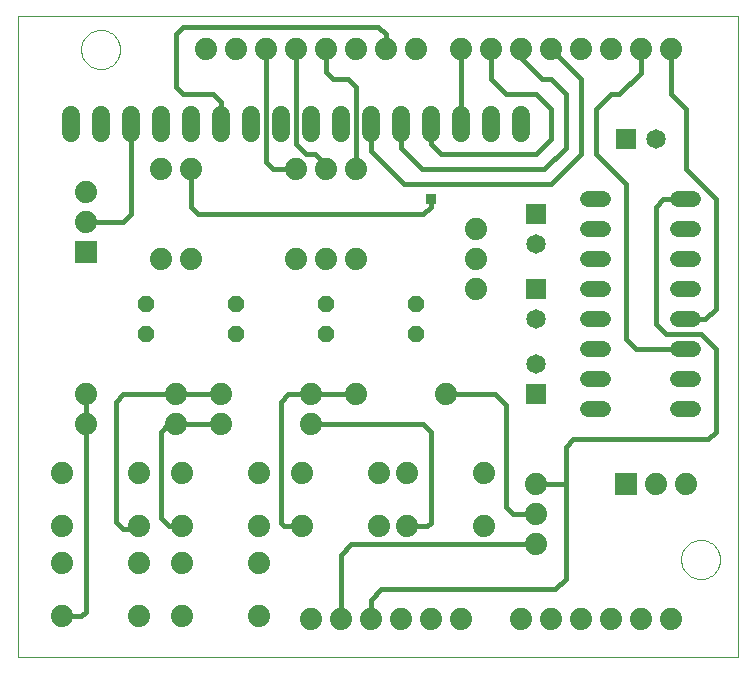
<source format=gtl>
G75*
G70*
%OFA0B0*%
%FSLAX24Y24*%
%IPPOS*%
%LPD*%
%AMOC8*
5,1,8,0,0,1.08239X$1,22.5*
%
%ADD10C,0.0000*%
%ADD11C,0.0740*%
%ADD12C,0.0600*%
%ADD13C,0.0520*%
%ADD14OC8,0.0520*%
%ADD15R,0.0740X0.0740*%
%ADD16R,0.0650X0.0650*%
%ADD17C,0.0650*%
%ADD18C,0.0160*%
%ADD19R,0.0356X0.0356*%
D10*
X006002Y000100D02*
X006002Y021470D01*
X029994Y021470D01*
X029994Y000100D01*
X006002Y000100D01*
X028102Y003350D02*
X028104Y003400D01*
X028110Y003450D01*
X028120Y003500D01*
X028133Y003548D01*
X028150Y003596D01*
X028171Y003642D01*
X028195Y003686D01*
X028223Y003728D01*
X028254Y003768D01*
X028288Y003805D01*
X028325Y003840D01*
X028364Y003871D01*
X028405Y003900D01*
X028449Y003925D01*
X028495Y003947D01*
X028542Y003965D01*
X028590Y003979D01*
X028639Y003990D01*
X028689Y003997D01*
X028739Y004000D01*
X028790Y003999D01*
X028840Y003994D01*
X028890Y003985D01*
X028938Y003973D01*
X028986Y003956D01*
X029032Y003936D01*
X029077Y003913D01*
X029120Y003886D01*
X029160Y003856D01*
X029198Y003823D01*
X029233Y003787D01*
X029266Y003748D01*
X029295Y003707D01*
X029321Y003664D01*
X029344Y003619D01*
X029363Y003572D01*
X029378Y003524D01*
X029390Y003475D01*
X029398Y003425D01*
X029402Y003375D01*
X029402Y003325D01*
X029398Y003275D01*
X029390Y003225D01*
X029378Y003176D01*
X029363Y003128D01*
X029344Y003081D01*
X029321Y003036D01*
X029295Y002993D01*
X029266Y002952D01*
X029233Y002913D01*
X029198Y002877D01*
X029160Y002844D01*
X029120Y002814D01*
X029077Y002787D01*
X029032Y002764D01*
X028986Y002744D01*
X028938Y002727D01*
X028890Y002715D01*
X028840Y002706D01*
X028790Y002701D01*
X028739Y002700D01*
X028689Y002703D01*
X028639Y002710D01*
X028590Y002721D01*
X028542Y002735D01*
X028495Y002753D01*
X028449Y002775D01*
X028405Y002800D01*
X028364Y002829D01*
X028325Y002860D01*
X028288Y002895D01*
X028254Y002932D01*
X028223Y002972D01*
X028195Y003014D01*
X028171Y003058D01*
X028150Y003104D01*
X028133Y003152D01*
X028120Y003200D01*
X028110Y003250D01*
X028104Y003300D01*
X028102Y003350D01*
X008102Y020350D02*
X008104Y020400D01*
X008110Y020450D01*
X008120Y020500D01*
X008133Y020548D01*
X008150Y020596D01*
X008171Y020642D01*
X008195Y020686D01*
X008223Y020728D01*
X008254Y020768D01*
X008288Y020805D01*
X008325Y020840D01*
X008364Y020871D01*
X008405Y020900D01*
X008449Y020925D01*
X008495Y020947D01*
X008542Y020965D01*
X008590Y020979D01*
X008639Y020990D01*
X008689Y020997D01*
X008739Y021000D01*
X008790Y020999D01*
X008840Y020994D01*
X008890Y020985D01*
X008938Y020973D01*
X008986Y020956D01*
X009032Y020936D01*
X009077Y020913D01*
X009120Y020886D01*
X009160Y020856D01*
X009198Y020823D01*
X009233Y020787D01*
X009266Y020748D01*
X009295Y020707D01*
X009321Y020664D01*
X009344Y020619D01*
X009363Y020572D01*
X009378Y020524D01*
X009390Y020475D01*
X009398Y020425D01*
X009402Y020375D01*
X009402Y020325D01*
X009398Y020275D01*
X009390Y020225D01*
X009378Y020176D01*
X009363Y020128D01*
X009344Y020081D01*
X009321Y020036D01*
X009295Y019993D01*
X009266Y019952D01*
X009233Y019913D01*
X009198Y019877D01*
X009160Y019844D01*
X009120Y019814D01*
X009077Y019787D01*
X009032Y019764D01*
X008986Y019744D01*
X008938Y019727D01*
X008890Y019715D01*
X008840Y019706D01*
X008790Y019701D01*
X008739Y019700D01*
X008689Y019703D01*
X008639Y019710D01*
X008590Y019721D01*
X008542Y019735D01*
X008495Y019753D01*
X008449Y019775D01*
X008405Y019800D01*
X008364Y019829D01*
X008325Y019860D01*
X008288Y019895D01*
X008254Y019932D01*
X008223Y019972D01*
X008195Y020014D01*
X008171Y020058D01*
X008150Y020104D01*
X008133Y020152D01*
X008120Y020200D01*
X008110Y020250D01*
X008104Y020300D01*
X008102Y020350D01*
D11*
X012252Y020350D03*
X013252Y020350D03*
X014252Y020350D03*
X015252Y020350D03*
X016252Y020350D03*
X017252Y020350D03*
X018252Y020350D03*
X019252Y020350D03*
X020752Y020350D03*
X021752Y020350D03*
X022752Y020350D03*
X023752Y020350D03*
X024752Y020350D03*
X025752Y020350D03*
X026752Y020350D03*
X027752Y020350D03*
X021252Y014350D03*
X021252Y013350D03*
X021252Y012350D03*
X017252Y013350D03*
X016252Y013350D03*
X015252Y013350D03*
X011752Y013350D03*
X010752Y013350D03*
X008252Y014600D03*
X008252Y015600D03*
X010752Y016350D03*
X011752Y016350D03*
X015252Y016350D03*
X016252Y016350D03*
X017252Y016350D03*
X017252Y008850D03*
X015752Y008850D03*
X015752Y007850D03*
X015472Y006240D03*
X014032Y006240D03*
X012752Y007850D03*
X012752Y008850D03*
X011252Y008850D03*
X011252Y007850D03*
X011472Y006240D03*
X010032Y006240D03*
X008252Y007850D03*
X008252Y008850D03*
X007472Y006240D03*
X007472Y004460D03*
X007472Y003240D03*
X007472Y001460D03*
X010032Y001460D03*
X011472Y001460D03*
X011472Y003240D03*
X010032Y003240D03*
X010032Y004460D03*
X011472Y004460D03*
X014032Y004460D03*
X015472Y004460D03*
X014032Y003240D03*
X014032Y001460D03*
X015752Y001350D03*
X016752Y001350D03*
X017752Y001350D03*
X018752Y001350D03*
X019752Y001350D03*
X020752Y001350D03*
X022752Y001350D03*
X023752Y001350D03*
X024752Y001350D03*
X025752Y001350D03*
X026752Y001350D03*
X027752Y001350D03*
X023252Y003850D03*
X023252Y004850D03*
X023252Y005850D03*
X021532Y006240D03*
X021532Y004460D03*
X018972Y004460D03*
X018032Y004460D03*
X018032Y006240D03*
X018972Y006240D03*
X020252Y008850D03*
X027252Y005850D03*
X028252Y005850D03*
D12*
X022752Y017550D02*
X022752Y018150D01*
X021752Y018150D02*
X021752Y017550D01*
X020752Y017550D02*
X020752Y018150D01*
X019752Y018150D02*
X019752Y017550D01*
X018752Y017550D02*
X018752Y018150D01*
X017752Y018150D02*
X017752Y017550D01*
X016752Y017550D02*
X016752Y018150D01*
X015752Y018150D02*
X015752Y017550D01*
X014752Y017550D02*
X014752Y018150D01*
X013752Y018150D02*
X013752Y017550D01*
X012752Y017550D02*
X012752Y018150D01*
X011752Y018150D02*
X011752Y017550D01*
X010752Y017550D02*
X010752Y018150D01*
X009752Y018150D02*
X009752Y017550D01*
X008752Y017550D02*
X008752Y018150D01*
X007752Y018150D02*
X007752Y017550D01*
D13*
X024992Y015350D02*
X025512Y015350D01*
X025512Y014350D02*
X024992Y014350D01*
X024992Y013350D02*
X025512Y013350D01*
X025512Y012350D02*
X024992Y012350D01*
X024992Y011350D02*
X025512Y011350D01*
X025512Y010350D02*
X024992Y010350D01*
X024992Y009350D02*
X025512Y009350D01*
X025512Y008350D02*
X024992Y008350D01*
X027992Y008350D02*
X028512Y008350D01*
X028512Y009350D02*
X027992Y009350D01*
X027992Y010350D02*
X028512Y010350D01*
X028512Y011350D02*
X027992Y011350D01*
X027992Y012350D02*
X028512Y012350D01*
X028512Y013350D02*
X027992Y013350D01*
X027992Y014350D02*
X028512Y014350D01*
X028512Y015350D02*
X027992Y015350D01*
D14*
X019252Y011850D03*
X019252Y010850D03*
X016252Y010850D03*
X016252Y011850D03*
X013252Y011850D03*
X013252Y010850D03*
X010252Y010850D03*
X010252Y011850D03*
D15*
X008252Y013600D03*
X026252Y005850D03*
D16*
X023252Y008850D03*
X023252Y012350D03*
X023252Y014850D03*
X026252Y017350D03*
D17*
X027252Y017350D03*
X023252Y013850D03*
X023252Y011350D03*
X023252Y009850D03*
D18*
X021899Y008850D02*
X022252Y008496D01*
X022252Y005100D01*
X022502Y004850D01*
X023252Y004850D01*
X023252Y005850D02*
X024252Y005850D01*
X024252Y002704D01*
X023899Y002350D01*
X018106Y002350D01*
X017752Y001996D01*
X017752Y001350D01*
X016752Y001350D02*
X016752Y003496D01*
X017106Y003850D01*
X023252Y003850D01*
X024252Y005850D02*
X024252Y007100D01*
X024502Y007350D01*
X029002Y007350D01*
X029252Y007600D01*
X029252Y010350D01*
X028752Y010850D01*
X027606Y010850D01*
X027252Y011204D01*
X027252Y015100D01*
X027502Y015350D01*
X028252Y015350D01*
X028252Y016350D02*
X029252Y015350D01*
X029252Y011704D01*
X028899Y011350D01*
X028252Y011350D01*
X028252Y010350D02*
X026606Y010350D01*
X026252Y010704D01*
X026252Y015850D01*
X025252Y016850D01*
X025252Y018350D01*
X025752Y018850D01*
X026045Y018850D01*
X026752Y019557D01*
X026752Y020350D01*
X027752Y020350D02*
X027752Y018850D01*
X028252Y018350D01*
X028252Y016350D01*
X024752Y016850D02*
X024752Y019350D01*
X023752Y020350D01*
X022752Y020350D02*
X022752Y020057D01*
X023459Y019350D01*
X023752Y019350D01*
X024252Y018850D01*
X024252Y017057D01*
X023545Y016350D01*
X019459Y016350D01*
X018752Y017057D01*
X018752Y017850D01*
X019752Y017850D02*
X019752Y017204D01*
X020106Y016850D01*
X023252Y016850D01*
X023752Y017350D01*
X023752Y018350D01*
X023252Y018850D01*
X022252Y018850D01*
X021752Y019350D01*
X021752Y020350D01*
X020752Y020350D02*
X020752Y017850D01*
X018870Y015850D02*
X023752Y015850D01*
X024752Y016850D01*
X019752Y015350D02*
X019752Y015100D01*
X019502Y014850D01*
X012002Y014850D01*
X011752Y015100D01*
X011752Y016350D01*
X012752Y017850D02*
X012752Y018600D01*
X012502Y018850D01*
X011502Y018850D01*
X011252Y019100D01*
X011252Y020850D01*
X011502Y021100D01*
X018002Y021100D01*
X018252Y020850D01*
X018252Y020350D01*
X017002Y019350D02*
X017252Y019100D01*
X017252Y016350D01*
X017752Y016968D02*
X018870Y015850D01*
X017752Y016968D02*
X017752Y017850D01*
X016252Y016496D02*
X016252Y016350D01*
X016252Y016496D02*
X015899Y016850D01*
X015606Y016850D01*
X015252Y017204D01*
X015252Y020350D01*
X014252Y020350D02*
X014252Y016600D01*
X014502Y016350D01*
X015252Y016350D01*
X016502Y019350D02*
X017002Y019350D01*
X016502Y019350D02*
X016252Y019600D01*
X016252Y020350D01*
X009752Y017850D02*
X009752Y014850D01*
X009502Y014600D01*
X008252Y014600D01*
X008252Y008850D02*
X008252Y007850D01*
X008252Y001600D01*
X008112Y001460D01*
X007472Y001460D01*
X009502Y004350D02*
X009252Y004600D01*
X009252Y008600D01*
X009502Y008850D01*
X011252Y008850D01*
X012752Y008850D01*
X012752Y007850D02*
X011252Y007850D01*
X011002Y007850D01*
X010752Y007600D01*
X010752Y004747D01*
X011039Y004460D01*
X011472Y004460D01*
X010032Y004460D02*
X010032Y004350D01*
X009502Y004350D01*
X014752Y004570D02*
X014862Y004460D01*
X015472Y004460D01*
X015472Y004461D01*
X014752Y004570D02*
X014752Y008600D01*
X015002Y008850D01*
X015752Y008850D01*
X017252Y008850D01*
X015752Y007850D02*
X019502Y007850D01*
X019752Y007600D01*
X019752Y004570D01*
X019642Y004460D01*
X018972Y004460D01*
X020252Y008850D02*
X021899Y008850D01*
D19*
X019752Y015350D03*
M02*

</source>
